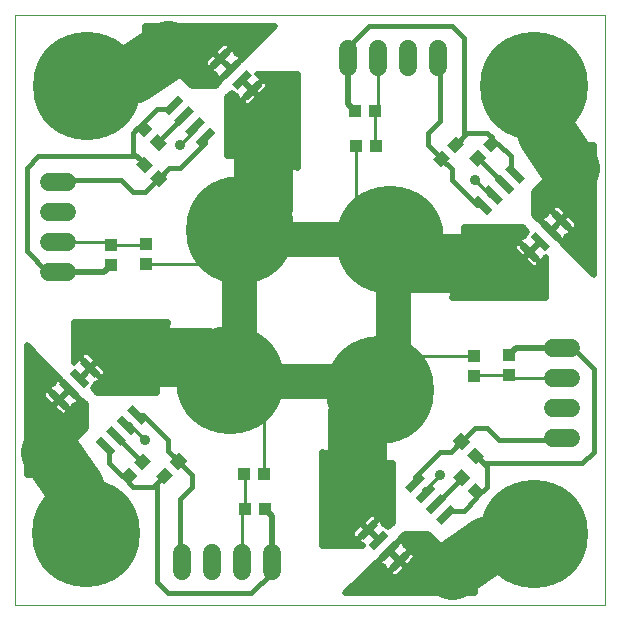
<source format=gtl>
G75*
G70*
%OFA0B0*%
%FSLAX24Y24*%
%IPPOS*%
%LPD*%
%AMOC8*
5,1,8,0,0,1.08239X$1,22.5*
%
%ADD10C,0.0000*%
%ADD11R,0.0689X0.0256*%
%ADD12C,0.3600*%
%ADD13C,0.0600*%
%ADD14R,0.0433X0.0394*%
%ADD15R,0.0394X0.0433*%
%ADD16C,0.0150*%
%ADD17C,0.0197*%
%ADD18C,0.0100*%
%ADD19C,0.0356*%
%ADD20C,0.1969*%
%ADD21C,0.1181*%
D10*
X000181Y000181D02*
X000181Y019866D01*
X019866Y019866D01*
X019866Y000181D01*
X000181Y000181D01*
D11*
G36*
X003355Y005144D02*
X002870Y005629D01*
X003051Y005810D01*
X003536Y005325D01*
X003355Y005144D01*
G37*
G36*
X003708Y005497D02*
X003223Y005982D01*
X003404Y006163D01*
X003889Y005678D01*
X003708Y005497D01*
G37*
G36*
X004062Y005851D02*
X003577Y006336D01*
X003758Y006517D01*
X004243Y006032D01*
X004062Y005851D01*
G37*
G36*
X004415Y006204D02*
X003930Y006689D01*
X004111Y006870D01*
X004596Y006385D01*
X004415Y006204D01*
G37*
G36*
X002856Y007763D02*
X002371Y008248D01*
X002552Y008429D01*
X003037Y007944D01*
X002856Y007763D01*
G37*
G36*
X002503Y007410D02*
X002018Y007895D01*
X002199Y008076D01*
X002684Y007591D01*
X002503Y007410D01*
G37*
G36*
X002149Y007056D02*
X001664Y007541D01*
X001845Y007722D01*
X002330Y007237D01*
X002149Y007056D01*
G37*
G36*
X001796Y006703D02*
X001311Y007188D01*
X001492Y007369D01*
X001977Y006884D01*
X001796Y006703D01*
G37*
G36*
X006204Y015633D02*
X006689Y016118D01*
X006870Y015937D01*
X006385Y015452D01*
X006204Y015633D01*
G37*
G36*
X005851Y015986D02*
X006336Y016471D01*
X006517Y016290D01*
X006032Y015805D01*
X005851Y015986D01*
G37*
G36*
X005497Y016340D02*
X005982Y016825D01*
X006163Y016644D01*
X005678Y016159D01*
X005497Y016340D01*
G37*
G36*
X005144Y016693D02*
X005629Y017178D01*
X005810Y016997D01*
X005325Y016512D01*
X005144Y016693D01*
G37*
G36*
X006703Y018252D02*
X007188Y018737D01*
X007369Y018556D01*
X006884Y018071D01*
X006703Y018252D01*
G37*
G36*
X007056Y017899D02*
X007541Y018384D01*
X007722Y018203D01*
X007237Y017718D01*
X007056Y017899D01*
G37*
G36*
X007410Y017545D02*
X007895Y018030D01*
X008076Y017849D01*
X007591Y017364D01*
X007410Y017545D01*
G37*
G36*
X007763Y017192D02*
X008248Y017677D01*
X008429Y017496D01*
X007944Y017011D01*
X007763Y017192D01*
G37*
G36*
X015633Y013844D02*
X016118Y013359D01*
X015937Y013178D01*
X015452Y013663D01*
X015633Y013844D01*
G37*
G36*
X015986Y014197D02*
X016471Y013712D01*
X016290Y013531D01*
X015805Y014016D01*
X015986Y014197D01*
G37*
G36*
X016340Y014551D02*
X016825Y014066D01*
X016644Y013885D01*
X016159Y014370D01*
X016340Y014551D01*
G37*
G36*
X016693Y014904D02*
X017178Y014419D01*
X016997Y014238D01*
X016512Y014723D01*
X016693Y014904D01*
G37*
G36*
X018252Y013345D02*
X018737Y012860D01*
X018556Y012679D01*
X018071Y013164D01*
X018252Y013345D01*
G37*
G36*
X017899Y012992D02*
X018384Y012507D01*
X018203Y012326D01*
X017718Y012811D01*
X017899Y012992D01*
G37*
G36*
X017545Y012638D02*
X018030Y012153D01*
X017849Y011972D01*
X017364Y012457D01*
X017545Y012638D01*
G37*
G36*
X017192Y012285D02*
X017677Y011800D01*
X017496Y011619D01*
X017011Y012104D01*
X017192Y012285D01*
G37*
G36*
X013844Y004415D02*
X013359Y003930D01*
X013178Y004111D01*
X013663Y004596D01*
X013844Y004415D01*
G37*
G36*
X014197Y004062D02*
X013712Y003577D01*
X013531Y003758D01*
X014016Y004243D01*
X014197Y004062D01*
G37*
G36*
X014551Y003708D02*
X014066Y003223D01*
X013885Y003404D01*
X014370Y003889D01*
X014551Y003708D01*
G37*
G36*
X014904Y003355D02*
X014419Y002870D01*
X014238Y003051D01*
X014723Y003536D01*
X014904Y003355D01*
G37*
G36*
X013345Y001796D02*
X012860Y001311D01*
X012679Y001492D01*
X013164Y001977D01*
X013345Y001796D01*
G37*
G36*
X012992Y002149D02*
X012507Y001664D01*
X012326Y001845D01*
X012811Y002330D01*
X012992Y002149D01*
G37*
G36*
X012638Y002503D02*
X012153Y002018D01*
X011972Y002199D01*
X012457Y002684D01*
X012638Y002503D01*
G37*
G36*
X012285Y002856D02*
X011800Y002371D01*
X011619Y002552D01*
X012104Y003037D01*
X012285Y002856D01*
G37*
D12*
X012355Y007355D03*
X012693Y012355D03*
X007693Y012693D03*
X007355Y007693D03*
X002567Y002575D03*
X002575Y017481D03*
X017481Y017473D03*
X017473Y002567D03*
D13*
X018110Y005748D02*
X018710Y005748D01*
X018710Y006748D02*
X018110Y006748D01*
X018110Y007748D02*
X018710Y007748D01*
X018710Y008748D02*
X018110Y008748D01*
X014300Y018110D02*
X014300Y018710D01*
X013300Y018710D02*
X013300Y018110D01*
X012300Y018110D02*
X012300Y018710D01*
X011300Y018710D02*
X011300Y018110D01*
X001938Y014300D02*
X001338Y014300D01*
X001338Y013300D02*
X001938Y013300D01*
X001938Y012300D02*
X001338Y012300D01*
X001338Y011300D02*
X001938Y011300D01*
X005748Y001938D02*
X005748Y001338D01*
X006748Y001338D02*
X006748Y001938D01*
X007748Y001938D02*
X007748Y001338D01*
X008748Y001338D02*
X008748Y001938D01*
D14*
G36*
X005357Y004971D02*
X005662Y005276D01*
X005941Y004997D01*
X005636Y004692D01*
X005357Y004971D01*
G37*
G36*
X004883Y004497D02*
X005188Y004802D01*
X005467Y004523D01*
X005162Y004218D01*
X004883Y004497D01*
G37*
G36*
X004153Y004948D02*
X004458Y005253D01*
X004737Y004974D01*
X004432Y004669D01*
X004153Y004948D01*
G37*
G36*
X003680Y004475D02*
X003985Y004780D01*
X004264Y004501D01*
X003959Y004196D01*
X003680Y004475D01*
G37*
X003386Y011532D03*
X003386Y012201D03*
X004567Y012233D03*
X004567Y011563D03*
G36*
X004971Y014691D02*
X005276Y014386D01*
X004997Y014107D01*
X004692Y014412D01*
X004971Y014691D01*
G37*
G36*
X004497Y015164D02*
X004802Y014859D01*
X004523Y014580D01*
X004218Y014885D01*
X004497Y015164D01*
G37*
G36*
X004948Y015895D02*
X005253Y015590D01*
X004974Y015311D01*
X004669Y015616D01*
X004948Y015895D01*
G37*
G36*
X004475Y016368D02*
X004780Y016063D01*
X004501Y015784D01*
X004196Y016089D01*
X004475Y016368D01*
G37*
G36*
X014691Y015077D02*
X014386Y014772D01*
X014107Y015051D01*
X014412Y015356D01*
X014691Y015077D01*
G37*
G36*
X015164Y015550D02*
X014859Y015245D01*
X014580Y015524D01*
X014885Y015829D01*
X015164Y015550D01*
G37*
G36*
X015895Y015099D02*
X015590Y014794D01*
X015311Y015073D01*
X015616Y015378D01*
X015895Y015099D01*
G37*
G36*
X016368Y015573D02*
X016063Y015268D01*
X015784Y015547D01*
X016089Y015852D01*
X016368Y015573D01*
G37*
X016662Y008516D03*
X016662Y007847D03*
X015481Y007815D03*
X015481Y008485D03*
G36*
X015077Y005357D02*
X014772Y005662D01*
X015051Y005941D01*
X015356Y005636D01*
X015077Y005357D01*
G37*
G36*
X015550Y004883D02*
X015245Y005188D01*
X015524Y005467D01*
X015829Y005162D01*
X015550Y004883D01*
G37*
G36*
X015099Y004153D02*
X014794Y004458D01*
X015073Y004737D01*
X015378Y004432D01*
X015099Y004153D01*
G37*
G36*
X015573Y003680D02*
X015268Y003985D01*
X015547Y004264D01*
X015852Y003959D01*
X015573Y003680D01*
G37*
D15*
X008516Y003386D03*
X007847Y003386D03*
X007815Y004567D03*
X008485Y004567D03*
X011563Y015481D03*
X012233Y015481D03*
X012201Y016662D03*
X011532Y016662D03*
D16*
X011300Y018410D02*
X011300Y018780D01*
X011992Y019473D01*
X014748Y019473D01*
X015142Y019079D01*
X015142Y015807D01*
X014872Y015537D01*
X015265Y015929D01*
X015929Y015929D01*
X016076Y015783D01*
X016076Y015560D01*
X016299Y015560D01*
X016717Y015142D01*
X016717Y014700D01*
X016845Y014571D01*
X016492Y014218D02*
X015623Y015086D01*
X015603Y015086D01*
X014748Y014715D02*
X014748Y014355D01*
X015592Y013511D01*
X015785Y013511D01*
X014748Y014715D02*
X014399Y015064D01*
X014399Y015097D01*
X013961Y015536D01*
X013961Y015929D01*
X014355Y016323D01*
X014355Y018355D01*
X014300Y018410D01*
X006537Y015785D02*
X006537Y015592D01*
X005693Y014748D01*
X005333Y014748D01*
X004984Y014399D01*
X004950Y014399D01*
X004512Y013961D01*
X004118Y013961D01*
X003725Y014355D01*
X001693Y014355D01*
X001638Y014300D01*
X000969Y015142D02*
X000575Y014748D01*
X000575Y011992D01*
X001268Y011300D01*
X001638Y011300D01*
X004510Y014872D02*
X004241Y015142D01*
X000969Y015142D01*
X004118Y015265D02*
X004510Y014872D01*
X004118Y015265D02*
X004118Y015929D01*
X004265Y016076D01*
X004488Y016076D01*
X004488Y016299D01*
X004906Y016717D01*
X005348Y016717D01*
X005477Y016845D01*
X005830Y016492D02*
X004961Y015623D01*
X004961Y015603D01*
X004455Y006537D02*
X004263Y006537D01*
X004455Y006537D02*
X005300Y005693D01*
X005300Y005333D01*
X005649Y004984D01*
X005649Y004950D01*
X006087Y004512D01*
X006087Y004118D01*
X005693Y003725D01*
X005693Y001693D01*
X005748Y001638D01*
X004906Y000969D02*
X005300Y000575D01*
X008055Y000575D01*
X008748Y001268D01*
X008748Y001638D01*
X005175Y004510D02*
X004906Y004241D01*
X004906Y000969D01*
X004783Y004118D02*
X004118Y004118D01*
X003972Y004265D01*
X003972Y004488D01*
X003749Y004488D01*
X003331Y004906D01*
X003331Y005348D01*
X003203Y005477D01*
X003556Y005830D02*
X004425Y004961D01*
X004445Y004961D01*
X005175Y004510D02*
X004783Y004118D01*
X013511Y004263D02*
X013511Y004455D01*
X014355Y005300D01*
X014715Y005300D01*
X015064Y005649D01*
X015097Y005649D01*
X015536Y006087D01*
X015929Y006087D01*
X016323Y005693D01*
X018355Y005693D01*
X018410Y005748D01*
X019079Y004906D02*
X019473Y005300D01*
X019473Y008055D01*
X018780Y008748D01*
X018410Y008748D01*
X015537Y005175D02*
X015807Y004906D01*
X019079Y004906D01*
X015929Y004783D02*
X015929Y004118D01*
X015783Y003972D01*
X015560Y003972D01*
X015560Y003749D01*
X015142Y003331D01*
X014700Y003331D01*
X014571Y003203D01*
X014218Y003556D02*
X015086Y004425D01*
X015086Y004445D01*
X015537Y005175D02*
X015929Y004783D01*
D17*
X013864Y004022D02*
X013864Y003910D01*
X012780Y003894D02*
X010418Y003894D01*
X010418Y004089D02*
X012780Y004089D01*
X012780Y004285D02*
X010418Y004285D01*
X010418Y004480D02*
X012780Y004480D01*
X012780Y004675D02*
X010418Y004675D01*
X010418Y004871D02*
X012780Y004871D01*
X012780Y004906D02*
X012780Y002937D01*
X012633Y002791D01*
X012580Y002844D01*
X012535Y002870D01*
X012484Y002883D01*
X012484Y002884D01*
X012471Y002934D01*
X012444Y002979D01*
X012336Y003088D01*
X011952Y002704D01*
X012182Y002474D01*
X012249Y002407D01*
X012249Y002406D01*
X012074Y002581D01*
X011952Y002704D01*
X011952Y002704D01*
X011952Y002705D01*
X012335Y003088D01*
X012226Y003197D01*
X012181Y003223D01*
X012131Y003237D01*
X012079Y003237D01*
X012028Y003223D01*
X011983Y003197D01*
X011721Y002935D01*
X011951Y002705D01*
X011951Y002704D01*
X011951Y002704D01*
X011568Y002321D01*
X011459Y002429D01*
X011433Y002475D01*
X011419Y002525D01*
X011419Y002577D01*
X011433Y002628D01*
X011459Y002673D01*
X011721Y002935D01*
X011951Y002704D01*
X011568Y002320D01*
X011677Y002211D01*
X011722Y002185D01*
X011772Y002172D01*
X011773Y002172D01*
X011773Y002171D01*
X011778Y002150D01*
X010418Y002150D01*
X010418Y005300D01*
X011992Y004906D01*
X012780Y004906D01*
X012780Y003699D02*
X010418Y003699D01*
X010418Y003503D02*
X012780Y003503D01*
X012780Y003308D02*
X010418Y003308D01*
X010418Y003112D02*
X011898Y003112D01*
X011739Y002917D02*
X011739Y002917D01*
X011703Y002917D02*
X010418Y002917D01*
X010418Y002722D02*
X011507Y002722D01*
X011419Y002526D02*
X010418Y002526D01*
X010418Y002331D02*
X011557Y002331D01*
X011578Y002331D02*
X011578Y002331D01*
X011773Y002526D02*
X011774Y002526D01*
X011934Y002722D02*
X011935Y002722D01*
X011969Y002722D02*
X011969Y002722D01*
X012074Y002581D02*
X012074Y002581D01*
X012129Y002526D02*
X012130Y002526D01*
X012164Y002917D02*
X012164Y002917D01*
X012311Y003112D02*
X012780Y003112D01*
X012759Y002917D02*
X012475Y002917D01*
X012484Y002883D02*
X012484Y002883D01*
X013027Y002397D02*
X013174Y002544D01*
X013961Y002544D01*
X015536Y000969D01*
X015536Y000575D01*
X011205Y000575D01*
X012259Y001629D01*
X012275Y001613D01*
X012384Y001504D01*
X012429Y001478D01*
X012479Y001465D01*
X012480Y001465D01*
X012480Y001464D01*
X012493Y001414D01*
X012519Y001369D01*
X012628Y001260D01*
X013012Y001643D01*
X012628Y001260D01*
X012737Y001151D01*
X012783Y001125D01*
X012833Y001111D01*
X012885Y001111D01*
X012936Y001125D01*
X012981Y001151D01*
X013243Y001413D01*
X013505Y001675D01*
X013531Y001720D01*
X013545Y001771D01*
X013545Y001823D01*
X013531Y001873D01*
X013505Y001919D01*
X013396Y002027D01*
X013013Y001644D01*
X013012Y001644D01*
X013012Y001644D01*
X012782Y001874D01*
X012659Y001997D01*
X012659Y001997D01*
X012659Y001998D01*
X013042Y002381D01*
X013027Y002397D01*
X013043Y002381D02*
X012659Y001997D01*
X012889Y001766D01*
X013012Y001644D01*
X013396Y002028D01*
X013287Y002136D01*
X013242Y002163D01*
X013191Y002176D01*
X013191Y002176D01*
X013191Y002176D01*
X013178Y002227D01*
X013151Y002272D01*
X013043Y002381D01*
X013093Y002331D02*
X014174Y002331D01*
X013978Y002526D02*
X013156Y002526D01*
X012992Y002331D02*
X012993Y002331D01*
X012797Y002135D02*
X012797Y002135D01*
X012659Y001997D02*
X012275Y001613D01*
X012658Y001997D01*
X012659Y001997D01*
X012716Y001940D02*
X012716Y001940D01*
X012602Y001940D02*
X012601Y001940D01*
X012406Y001745D02*
X012406Y001745D01*
X012339Y001549D02*
X012179Y001549D01*
X011984Y001354D02*
X012534Y001354D01*
X012722Y001354D02*
X012723Y001354D01*
X012730Y001158D02*
X011788Y001158D01*
X011593Y000963D02*
X015536Y000963D01*
X015536Y000768D02*
X011398Y000768D01*
X012989Y001158D02*
X015346Y001158D01*
X015151Y001354D02*
X013184Y001354D01*
X013243Y001413D02*
X013012Y001643D01*
X013012Y001643D01*
X013013Y001643D01*
X013243Y001413D01*
X013107Y001549D02*
X013106Y001549D01*
X012918Y001549D02*
X012917Y001549D01*
X012911Y001745D02*
X012911Y001745D01*
X012889Y001766D02*
X012889Y001766D01*
X013113Y001745D02*
X013114Y001745D01*
X013308Y001940D02*
X013309Y001940D01*
X013484Y001940D02*
X014565Y001940D01*
X014760Y001745D02*
X013538Y001745D01*
X013379Y001549D02*
X014955Y001549D01*
X014369Y002135D02*
X013288Y002135D01*
X011351Y005066D02*
X010418Y005066D01*
X010418Y005262D02*
X010569Y005262D01*
X008516Y003386D02*
X008748Y003154D01*
X008748Y001638D01*
X007749Y003288D02*
X007750Y003305D01*
X007755Y003322D01*
X007762Y003337D01*
X007772Y003351D01*
X007784Y003363D01*
X007798Y003373D01*
X007813Y003380D01*
X007830Y003385D01*
X007847Y003386D01*
X007846Y004536D02*
X007844Y004546D01*
X007840Y004554D01*
X007833Y004561D01*
X007825Y004565D01*
X007815Y004567D01*
X004906Y007268D02*
X002937Y007268D01*
X002791Y007415D01*
X002844Y007468D01*
X002870Y007513D01*
X002883Y007563D01*
X002883Y007564D01*
X002884Y007564D01*
X002934Y007577D01*
X002979Y007603D01*
X003088Y007712D01*
X002704Y008096D01*
X002474Y007865D01*
X002407Y007799D01*
X002407Y007799D01*
X002473Y007866D01*
X002704Y008096D01*
X002704Y008096D01*
X002705Y008096D01*
X003088Y007712D01*
X003197Y007821D01*
X003223Y007867D01*
X003237Y007917D01*
X003237Y007969D01*
X003223Y008020D01*
X003197Y008065D01*
X002935Y008327D01*
X002673Y008589D01*
X002628Y008615D01*
X002577Y008629D01*
X002525Y008629D01*
X002475Y008615D01*
X002429Y008589D01*
X002321Y008480D01*
X002704Y008097D01*
X002704Y008096D01*
X002320Y008480D01*
X002211Y008371D01*
X002185Y008326D01*
X002172Y008275D01*
X002171Y008275D01*
X002150Y008269D01*
X002150Y009630D01*
X005300Y009630D01*
X004906Y008055D01*
X004906Y007268D01*
X004906Y007411D02*
X002794Y007411D01*
X002982Y007606D02*
X004906Y007606D01*
X004906Y007802D02*
X003178Y007802D01*
X002999Y007802D02*
X002998Y007802D01*
X002803Y007997D02*
X002804Y007997D01*
X002705Y008096D02*
X002704Y008097D01*
X002935Y008327D01*
X002705Y008096D01*
X002800Y008193D02*
X002801Y008193D01*
X002608Y008193D02*
X002608Y008193D01*
X002605Y007997D02*
X002605Y007997D01*
X002410Y007802D02*
X002410Y007802D01*
X002172Y008275D02*
X002172Y008275D01*
X002150Y008388D02*
X002228Y008388D01*
X002412Y008388D02*
X002413Y008388D01*
X002424Y008583D02*
X002150Y008583D01*
X002150Y008779D02*
X005087Y008779D01*
X005136Y008974D02*
X002150Y008974D01*
X002150Y009170D02*
X005184Y009170D01*
X005233Y009365D02*
X002150Y009365D01*
X002150Y009560D02*
X005282Y009560D01*
X005038Y008583D02*
X002679Y008583D01*
X002874Y008388D02*
X004989Y008388D01*
X004940Y008193D02*
X003069Y008193D01*
X003229Y007997D02*
X004906Y007997D01*
X004022Y006184D02*
X003910Y006184D01*
X002544Y006239D02*
X000575Y006239D01*
X000575Y006434D02*
X002544Y006434D01*
X002544Y006629D02*
X002005Y006629D01*
X002027Y006652D02*
X001919Y006543D01*
X001873Y006517D01*
X001823Y006503D01*
X001771Y006503D01*
X001720Y006517D01*
X001675Y006543D01*
X001413Y006805D01*
X001643Y007035D01*
X001413Y006805D01*
X001151Y007067D01*
X001125Y007112D01*
X001111Y007163D01*
X001111Y007215D01*
X001125Y007265D01*
X001151Y007311D01*
X001260Y007419D01*
X001643Y007036D01*
X001643Y007036D01*
X001260Y007420D01*
X001369Y007528D01*
X001414Y007555D01*
X001464Y007568D01*
X001465Y007568D01*
X001465Y007568D01*
X001478Y007619D01*
X001504Y007664D01*
X001613Y007773D01*
X001997Y007389D01*
X001997Y007389D01*
X001874Y007266D01*
X001644Y007036D01*
X001644Y007036D01*
X001874Y007266D01*
X001874Y007266D01*
X001874Y007266D01*
X001997Y007389D01*
X001997Y007390D01*
X001613Y007773D01*
X001629Y007789D01*
X000575Y008843D01*
X000575Y004512D01*
X000969Y004512D01*
X002544Y006087D01*
X002544Y006874D01*
X002397Y007021D01*
X002381Y007005D01*
X001997Y007389D01*
X001998Y007389D01*
X002381Y007005D01*
X002272Y006896D01*
X002227Y006870D01*
X002176Y006857D01*
X002176Y006857D01*
X002176Y006856D01*
X002163Y006806D01*
X002136Y006761D01*
X002028Y006652D01*
X001644Y007035D01*
X001644Y007035D01*
X002027Y006652D01*
X002168Y006825D02*
X002544Y006825D01*
X002398Y007020D02*
X002396Y007020D01*
X002366Y007020D02*
X002366Y007020D01*
X002171Y007216D02*
X002170Y007216D01*
X001975Y007411D02*
X001976Y007411D01*
X001823Y007216D02*
X001824Y007216D01*
X001643Y007035D02*
X001643Y007035D01*
X001629Y007020D02*
X001628Y007020D01*
X001659Y007020D02*
X001659Y007020D01*
X001854Y006825D02*
X001855Y006825D01*
X001588Y006629D02*
X000575Y006629D01*
X000575Y006825D02*
X001393Y006825D01*
X001433Y006825D02*
X001433Y006825D01*
X001463Y007216D02*
X001464Y007216D01*
X001268Y007411D02*
X001268Y007411D01*
X001251Y007411D02*
X000575Y007411D01*
X000575Y007216D02*
X001111Y007216D01*
X001197Y007020D02*
X000575Y007020D01*
X000575Y007606D02*
X001475Y007606D01*
X001616Y007802D02*
X000575Y007802D01*
X000575Y007997D02*
X001421Y007997D01*
X001225Y008193D02*
X000575Y008193D01*
X000575Y008388D02*
X001030Y008388D01*
X000835Y008583D02*
X000575Y008583D01*
X000575Y008779D02*
X000639Y008779D01*
X001780Y007606D02*
X001780Y007606D01*
X002500Y006043D02*
X000575Y006043D01*
X000575Y005848D02*
X002305Y005848D01*
X002109Y005652D02*
X000575Y005652D01*
X000575Y005457D02*
X001914Y005457D01*
X001718Y005262D02*
X000575Y005262D01*
X000575Y005066D02*
X001523Y005066D01*
X001328Y004871D02*
X000575Y004871D01*
X000575Y004675D02*
X001132Y004675D01*
X001638Y011300D02*
X003154Y011300D01*
X003386Y011532D01*
X003386Y012201D02*
X003385Y012218D01*
X003380Y012235D01*
X003373Y012250D01*
X003363Y012264D01*
X003351Y012276D01*
X003337Y012286D01*
X003322Y012293D01*
X003305Y012298D01*
X003288Y012299D01*
X004536Y012202D02*
X004546Y012204D01*
X004554Y012208D01*
X004561Y012215D01*
X004565Y012223D01*
X004567Y012233D01*
X007268Y015142D02*
X007268Y017111D01*
X007415Y017257D01*
X007468Y017204D01*
X007513Y017178D01*
X007563Y017165D01*
X007564Y017165D01*
X007564Y017164D01*
X007577Y017114D01*
X007603Y017069D01*
X007712Y016960D01*
X008096Y017343D01*
X007712Y016959D01*
X007821Y016851D01*
X007867Y016825D01*
X007917Y016811D01*
X007969Y016811D01*
X008020Y016825D01*
X008065Y016851D01*
X008327Y017113D01*
X008589Y017375D01*
X008615Y017420D01*
X008629Y017471D01*
X008629Y017523D01*
X008615Y017573D01*
X008589Y017618D01*
X008480Y017727D01*
X008097Y017344D01*
X008096Y017344D01*
X008096Y017344D01*
X007866Y017574D01*
X007799Y017641D01*
X007798Y017641D01*
X007865Y017574D01*
X007865Y017574D01*
X008096Y017344D01*
X008480Y017727D01*
X008371Y017836D01*
X008326Y017862D01*
X008275Y017876D01*
X008275Y017876D01*
X008275Y017876D01*
X008269Y017898D01*
X009630Y017898D01*
X009630Y014748D01*
X008055Y015142D01*
X007268Y015142D01*
X007268Y015227D02*
X009630Y015227D01*
X009630Y015422D02*
X007268Y015422D01*
X007268Y015618D02*
X009630Y015618D01*
X009630Y015813D02*
X007268Y015813D01*
X007268Y016008D02*
X009630Y016008D01*
X009630Y016204D02*
X007268Y016204D01*
X007268Y016399D02*
X009630Y016399D01*
X009630Y016594D02*
X007268Y016594D01*
X007268Y016790D02*
X009630Y016790D01*
X009630Y016985D02*
X008199Y016985D01*
X008327Y017113D02*
X008096Y017343D01*
X008096Y017343D01*
X008097Y017343D01*
X008327Y017113D01*
X008259Y017181D02*
X008259Y017181D01*
X008395Y017181D02*
X009630Y017181D01*
X009630Y017376D02*
X008590Y017376D01*
X008616Y017571D02*
X009630Y017571D01*
X009630Y017767D02*
X008441Y017767D01*
X008324Y017571D02*
X008324Y017571D01*
X008129Y017376D02*
X008129Y017376D01*
X008064Y017376D02*
X008063Y017376D01*
X007934Y017181D02*
X007933Y017181D01*
X007738Y016985D02*
X007738Y016985D01*
X007687Y016985D02*
X007268Y016985D01*
X007338Y017181D02*
X007509Y017181D01*
X007868Y017571D02*
X007869Y017571D01*
X007389Y018050D02*
X007005Y017667D01*
X007389Y018051D01*
X007389Y018051D01*
X007266Y018174D01*
X007036Y018404D01*
X007036Y018404D01*
X007036Y018405D01*
X007419Y018788D01*
X007311Y018897D01*
X007265Y018923D01*
X007215Y018937D01*
X007163Y018937D01*
X007112Y018923D01*
X007067Y018897D01*
X006805Y018635D01*
X007035Y018405D01*
X007035Y018404D01*
X007035Y018404D01*
X006652Y018020D01*
X006761Y017911D01*
X006806Y017885D01*
X006856Y017872D01*
X006857Y017872D01*
X006857Y017871D01*
X006870Y017821D01*
X006896Y017776D01*
X007005Y017667D01*
X007021Y017651D01*
X006874Y017504D01*
X006087Y017504D01*
X004512Y019079D01*
X004512Y019473D01*
X008843Y019473D01*
X007789Y018419D01*
X007773Y018434D01*
X007390Y018051D01*
X007389Y018051D01*
X007773Y018435D01*
X007664Y018543D01*
X007619Y018570D01*
X007568Y018583D01*
X007568Y018583D01*
X007568Y018583D01*
X007555Y018634D01*
X007528Y018679D01*
X007420Y018788D01*
X007036Y018404D01*
X007266Y018173D01*
X007266Y018173D01*
X007389Y018051D01*
X007389Y018050D01*
X007301Y017962D02*
X007300Y017962D01*
X007282Y018158D02*
X007282Y018158D01*
X007496Y018158D02*
X007496Y018158D01*
X007691Y018353D02*
X007692Y018353D01*
X007655Y018548D02*
X007919Y018548D01*
X008114Y018744D02*
X007464Y018744D01*
X007375Y018744D02*
X007375Y018744D01*
X007180Y018548D02*
X007180Y018548D01*
X007035Y018404D02*
X006805Y018635D01*
X006543Y018373D01*
X006517Y018328D01*
X006503Y018277D01*
X006503Y018225D01*
X006517Y018174D01*
X006543Y018129D01*
X006652Y018020D01*
X007035Y018404D01*
X006985Y018353D02*
X006984Y018353D01*
X007086Y018353D02*
X007087Y018353D01*
X006892Y018548D02*
X006891Y018548D01*
X006718Y018548D02*
X005043Y018548D01*
X005238Y018353D02*
X006531Y018353D01*
X006526Y018158D02*
X005434Y018158D01*
X005629Y017962D02*
X006710Y017962D01*
X006789Y018158D02*
X006789Y018158D01*
X006905Y017767D02*
X005824Y017767D01*
X006020Y017571D02*
X006942Y017571D01*
X007105Y017767D02*
X007106Y017767D01*
X006914Y018744D02*
X004847Y018744D01*
X004652Y018939D02*
X008309Y018939D01*
X008505Y019135D02*
X004512Y019135D01*
X004512Y019330D02*
X008700Y019330D01*
X011300Y018410D02*
X011300Y016894D01*
X011532Y016662D01*
X012201Y016662D02*
X012218Y016663D01*
X012235Y016668D01*
X012250Y016675D01*
X012264Y016685D01*
X012276Y016697D01*
X012286Y016711D01*
X012293Y016726D01*
X012298Y016743D01*
X012299Y016760D01*
X012202Y015512D02*
X012204Y015502D01*
X012208Y015494D01*
X012215Y015487D01*
X012223Y015483D01*
X012233Y015481D01*
X009630Y015031D02*
X008498Y015031D01*
X009280Y014836D02*
X009630Y014836D01*
X006184Y016026D02*
X006184Y016138D01*
X015142Y011992D02*
X014748Y010418D01*
X017898Y010418D01*
X017898Y011778D01*
X017876Y011773D01*
X017876Y011773D01*
X017876Y011772D01*
X017862Y011722D01*
X017836Y011677D01*
X017727Y011568D01*
X017344Y011951D01*
X017344Y011951D01*
X017727Y011568D01*
X017618Y011459D01*
X017573Y011433D01*
X017523Y011419D01*
X017471Y011419D01*
X017420Y011433D01*
X017375Y011459D01*
X017113Y011721D01*
X017343Y011951D01*
X017343Y011951D01*
X017113Y011721D01*
X016851Y011983D01*
X016825Y012028D01*
X016811Y012079D01*
X016811Y012131D01*
X016825Y012181D01*
X016851Y012226D01*
X016960Y012335D01*
X017343Y011952D01*
X017343Y011952D01*
X016960Y012336D01*
X017069Y012444D01*
X017114Y012471D01*
X017164Y012484D01*
X017165Y012484D01*
X017165Y012484D01*
X017178Y012535D01*
X017204Y012580D01*
X017257Y012633D01*
X017111Y012780D01*
X015142Y012780D01*
X015142Y011992D01*
X015120Y011905D02*
X016928Y011905D01*
X016811Y012100D02*
X015142Y012100D01*
X015142Y012296D02*
X016920Y012296D01*
X016999Y012296D02*
X016999Y012296D01*
X017166Y012491D02*
X015142Y012491D01*
X015142Y012687D02*
X017204Y012687D01*
X017600Y013077D02*
X017702Y013077D01*
X017667Y013043D02*
X018051Y012659D01*
X018173Y012782D01*
X018404Y013012D01*
X018174Y012781D01*
X018051Y012659D01*
X018051Y012659D01*
X018050Y012659D01*
X017667Y013042D01*
X017651Y013027D01*
X017504Y013174D01*
X017504Y013961D01*
X019079Y015536D01*
X019473Y015536D01*
X019473Y011205D01*
X018419Y012259D01*
X018434Y012275D01*
X018051Y012658D01*
X018051Y012659D01*
X018435Y012275D01*
X018543Y012384D01*
X018570Y012429D01*
X018583Y012479D01*
X018583Y012480D01*
X018583Y012480D01*
X018634Y012493D01*
X018679Y012519D01*
X018788Y012628D01*
X018404Y013012D01*
X018404Y013012D01*
X018405Y013012D01*
X018788Y012628D01*
X018897Y012737D01*
X018923Y012783D01*
X018937Y012833D01*
X018937Y012885D01*
X018923Y012936D01*
X018897Y012981D01*
X018635Y013243D01*
X018405Y013012D01*
X018404Y013013D01*
X018404Y013012D01*
X018020Y013396D01*
X017911Y013287D01*
X017885Y013242D01*
X017872Y013191D01*
X017871Y013191D01*
X017821Y013178D01*
X017776Y013151D01*
X017667Y013043D01*
X017827Y012882D02*
X017828Y012882D01*
X018022Y012687D02*
X018023Y012687D01*
X018078Y012687D02*
X018079Y012687D01*
X018218Y012491D02*
X018218Y012491D01*
X018413Y012296D02*
X018414Y012296D01*
X018456Y012296D02*
X019473Y012296D01*
X019473Y012491D02*
X018626Y012491D01*
X018730Y012687D02*
X018730Y012687D01*
X018846Y012687D02*
X019473Y012687D01*
X019473Y012882D02*
X018937Y012882D01*
X018801Y013077D02*
X019473Y013077D01*
X019473Y013273D02*
X018605Y013273D01*
X018635Y013243D02*
X018373Y013505D01*
X018328Y013531D01*
X018277Y013545D01*
X018225Y013545D01*
X018174Y013531D01*
X018129Y013505D01*
X018020Y013396D01*
X018404Y013013D01*
X018635Y013243D01*
X018469Y013077D02*
X018470Y013077D01*
X018339Y013077D02*
X018339Y013077D01*
X018274Y012882D02*
X018274Y012882D01*
X018534Y012882D02*
X018535Y012882D01*
X018144Y013273D02*
X018143Y013273D01*
X018092Y013468D02*
X017504Y013468D01*
X017504Y013273D02*
X017903Y013273D01*
X017872Y013191D02*
X017872Y013191D01*
X018410Y013468D02*
X019473Y013468D01*
X019473Y013664D02*
X017504Y013664D01*
X017504Y013859D02*
X019473Y013859D01*
X019473Y014054D02*
X017598Y014054D01*
X017793Y014250D02*
X019473Y014250D01*
X019473Y014445D02*
X017988Y014445D01*
X018184Y014641D02*
X019473Y014641D01*
X019473Y014836D02*
X018379Y014836D01*
X018575Y015031D02*
X019473Y015031D01*
X019473Y015227D02*
X018770Y015227D01*
X018965Y015422D02*
X019473Y015422D01*
X017641Y012249D02*
X017641Y012249D01*
X017574Y012182D01*
X017344Y011952D01*
X017344Y011952D01*
X017574Y012182D01*
X017574Y012182D01*
X017574Y012182D01*
X017641Y012249D01*
X017492Y012100D02*
X017493Y012100D01*
X017390Y011905D02*
X017390Y011905D01*
X017297Y011905D02*
X017297Y011905D01*
X017194Y012100D02*
X017195Y012100D01*
X017124Y011710D02*
X015071Y011710D01*
X015022Y011514D02*
X017319Y011514D01*
X017585Y011710D02*
X017586Y011710D01*
X017674Y011514D02*
X017898Y011514D01*
X017898Y011319D02*
X014974Y011319D01*
X014925Y011123D02*
X017898Y011123D01*
X017898Y010928D02*
X014876Y010928D01*
X014827Y010733D02*
X017898Y010733D01*
X017898Y010537D02*
X014778Y010537D01*
X016662Y008516D02*
X016894Y008748D01*
X018410Y008748D01*
X016760Y007749D02*
X016743Y007750D01*
X016726Y007755D01*
X016711Y007762D01*
X016697Y007772D01*
X016685Y007784D01*
X016675Y007798D01*
X016668Y007813D01*
X016663Y007830D01*
X016662Y007847D01*
X015512Y007846D02*
X015502Y007844D01*
X015494Y007840D01*
X015487Y007833D01*
X015483Y007825D01*
X015481Y007815D01*
X019164Y011514D02*
X019473Y011514D01*
X019473Y011319D02*
X019359Y011319D01*
X019473Y011710D02*
X018968Y011710D01*
X018773Y011905D02*
X019473Y011905D01*
X019473Y012100D02*
X018577Y012100D01*
X017898Y011710D02*
X017855Y011710D01*
X016138Y013864D02*
X016026Y013864D01*
D18*
X015536Y014355D01*
X012693Y012355D02*
X011563Y013485D01*
X011563Y015481D01*
X012201Y015512D02*
X012201Y016662D01*
X012300Y016760D02*
X012300Y018410D01*
X007693Y012693D02*
X006563Y011563D01*
X004567Y011563D01*
X004536Y012201D02*
X003386Y012201D01*
X003288Y012300D02*
X001638Y012300D01*
X005693Y015536D02*
X006184Y016026D01*
X013485Y008485D02*
X012355Y007355D01*
X013485Y008485D02*
X015481Y008485D01*
X015512Y007847D02*
X016662Y007847D01*
X016760Y007748D02*
X018410Y007748D01*
X014355Y004512D02*
X013864Y004022D01*
X008485Y004567D02*
X008485Y006563D01*
X007355Y007693D01*
X004512Y005693D02*
X004022Y006184D01*
X007748Y003288D02*
X007748Y001638D01*
X007847Y003386D02*
X007847Y004536D01*
D19*
X004512Y005693D03*
X014355Y004512D03*
X015536Y014355D03*
X005693Y015536D03*
D20*
X004095Y017874D02*
X005300Y018685D01*
X004095Y017874D02*
X002575Y017481D01*
X007693Y012693D02*
X008449Y013449D01*
X008449Y015536D01*
X012693Y012355D02*
X013449Y011599D01*
X015536Y011599D01*
X018685Y014748D02*
X017874Y015953D01*
X017481Y017473D01*
X012355Y007355D02*
X011599Y006599D01*
X011599Y004512D01*
X014748Y001363D02*
X015953Y002174D01*
X017473Y002567D01*
X007355Y007693D02*
X006599Y008449D01*
X004512Y008449D01*
X001363Y005300D02*
X002174Y004095D01*
X002567Y002575D01*
D21*
X007662Y007662D02*
X012780Y007662D01*
X012780Y012386D01*
X007662Y012386D01*
X007662Y007662D01*
X007662Y012386D02*
X007662Y012780D01*
M02*

</source>
